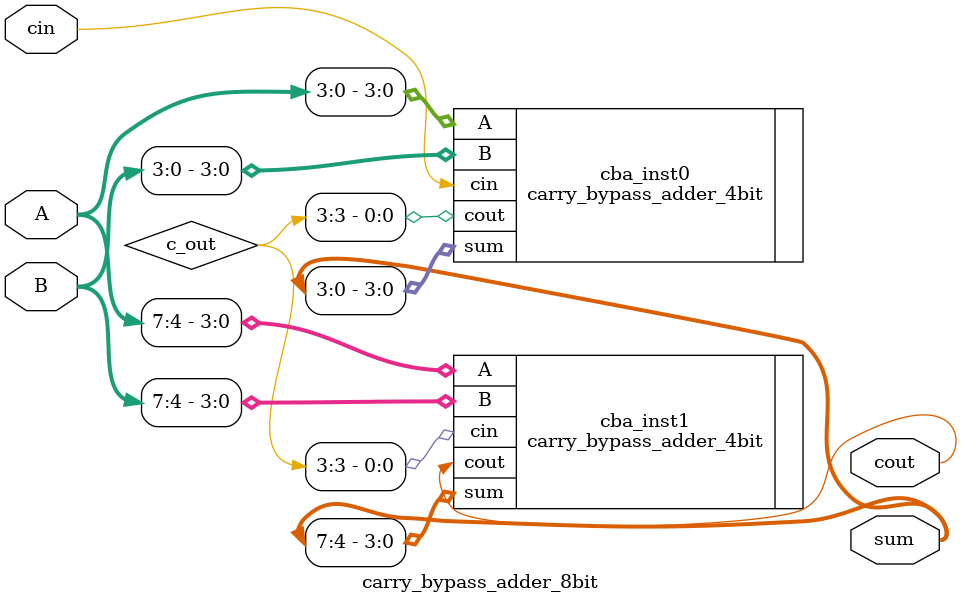
<source format=v>
`timescale 1ns / 1ps


module carry_bypass_adder_8bit(
    input [7:0] A,
    input [7:0] B,
    input cin,
    output [7:0] sum,
    output cout
);

wire [7:0] c_out;
wire [7:0] s_wire;

// Instantiate two 4-bit carry bypass adders
carry_bypass_adder_4bit cba_inst0 (
    .A(A[3:0]),
    .B(B[3:0]),
    .cin(cin),
    .sum(sum[3:0]),
    .cout(c_out[3])
);
carry_bypass_adder_4bit cba_inst1 (
    .A(A[7:4]),
    .B(B[7:4]),
    .cin(c_out[3]),
    .sum(sum[7:4]),
    .cout(cout)
);

endmodule


</source>
